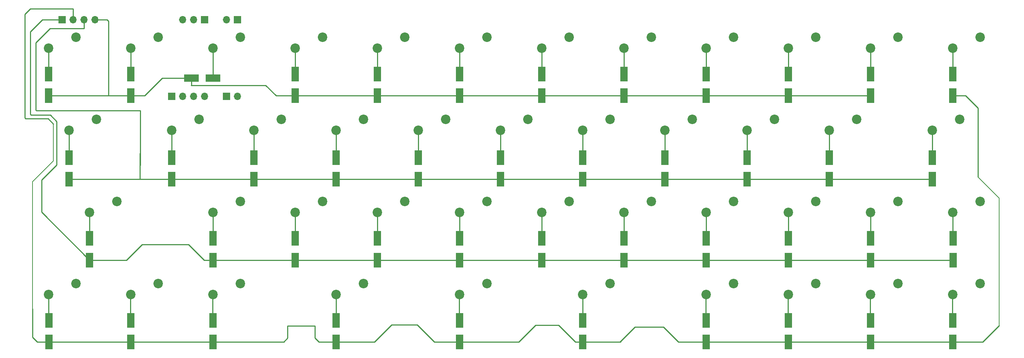
<source format=gbl>
G04 #@! TF.GenerationSoftware,KiCad,Pcbnew,(6.0.2-0)*
G04 #@! TF.CreationDate,2022-07-23T12:51:23+10:00*
G04 #@! TF.ProjectId,keyboard-with-attached-pico,6b657962-6f61-4726-942d-776974682d61,1.01*
G04 #@! TF.SameCoordinates,Original*
G04 #@! TF.FileFunction,Copper,L2,Bot*
G04 #@! TF.FilePolarity,Positive*
%FSLAX46Y46*%
G04 Gerber Fmt 4.6, Leading zero omitted, Abs format (unit mm)*
G04 Created by KiCad (PCBNEW (6.0.2-0)) date 2022-07-23 12:51:23*
%MOMM*%
%LPD*%
G01*
G04 APERTURE LIST*
G04 #@! TA.AperFunction,SMDPad,CuDef*
%ADD10R,1.800000X3.500000*%
G04 #@! TD*
G04 #@! TA.AperFunction,SMDPad,CuDef*
%ADD11R,3.500000X1.800000*%
G04 #@! TD*
G04 #@! TA.AperFunction,ComponentPad*
%ADD12C,2.200000*%
G04 #@! TD*
G04 #@! TA.AperFunction,ComponentPad*
%ADD13R,1.700000X1.700000*%
G04 #@! TD*
G04 #@! TA.AperFunction,ComponentPad*
%ADD14O,1.700000X1.700000*%
G04 #@! TD*
G04 #@! TA.AperFunction,Conductor*
%ADD15C,0.250000*%
G04 #@! TD*
G04 #@! TA.AperFunction,Conductor*
%ADD16C,0.200000*%
G04 #@! TD*
G04 APERTURE END LIST*
D10*
X103485999Y-133444060D03*
X103485999Y-128444060D03*
X208280000Y-152765052D03*
X208280000Y-147765052D03*
D11*
X136587092Y-129355560D03*
X141587092Y-129355560D03*
D10*
X103635770Y-190559831D03*
X103635770Y-185559831D03*
X274955000Y-171557650D03*
X274955000Y-166557650D03*
X274955000Y-190559831D03*
X274955000Y-185559831D03*
X227330000Y-190559831D03*
X227330000Y-185559831D03*
X236855000Y-133444060D03*
X236855000Y-128444060D03*
X122555000Y-190559831D03*
X122555000Y-185559831D03*
X198755000Y-171557650D03*
X198755000Y-166557650D03*
X284480000Y-152765052D03*
X284480000Y-147765052D03*
X227330000Y-152765052D03*
X227330000Y-147765052D03*
X255905000Y-190559831D03*
X255905000Y-185559831D03*
X313144667Y-171557650D03*
X313144667Y-166557650D03*
X170180000Y-190559831D03*
X170180000Y-185559831D03*
X294005000Y-171557650D03*
X294005000Y-166557650D03*
X198755000Y-133444060D03*
X198755000Y-128444060D03*
X217805000Y-133444060D03*
X217805000Y-128444060D03*
X236855000Y-171557650D03*
X236855000Y-166557650D03*
X255905000Y-133444060D03*
X255905000Y-128444060D03*
X294005000Y-133444060D03*
X294005000Y-128444060D03*
X160655000Y-171557650D03*
X160655000Y-166557650D03*
X179705000Y-133444060D03*
X179705000Y-128444060D03*
X294005000Y-190559831D03*
X294005000Y-185559831D03*
X308292500Y-152765052D03*
X308292500Y-147765052D03*
X108253648Y-152765052D03*
X108253648Y-147765052D03*
X217805000Y-171557650D03*
X217805000Y-166557650D03*
X160655000Y-133444060D03*
X160655000Y-128444060D03*
X151130000Y-152765052D03*
X151130000Y-147765052D03*
X274955000Y-133444060D03*
X274955000Y-128444060D03*
X170180000Y-152765052D03*
X170180000Y-147765052D03*
X132080000Y-152765052D03*
X132080000Y-147765052D03*
X255905000Y-171557650D03*
X255905000Y-166557650D03*
X179705000Y-171557650D03*
X179705000Y-166557650D03*
X113030000Y-171557650D03*
X113030000Y-166557650D03*
X265430000Y-152765052D03*
X265430000Y-147765052D03*
X246380000Y-152765052D03*
X246380000Y-147765052D03*
X313055000Y-133444060D03*
X313055000Y-128444060D03*
X313055000Y-190559831D03*
X313055000Y-185559831D03*
X189230000Y-152765052D03*
X189230000Y-147765052D03*
X141605000Y-171557650D03*
X141605000Y-166557650D03*
X122555000Y-133444060D03*
X122555000Y-128444060D03*
X141605000Y-190559831D03*
X141605000Y-185559831D03*
X198755000Y-190559831D03*
X198755000Y-185559831D03*
D12*
X109855000Y-119840000D03*
X103505000Y-122380000D03*
X128905000Y-119840000D03*
X122555000Y-122380000D03*
D13*
X144780000Y-133604000D03*
D14*
X147320000Y-133604000D03*
D12*
X319405000Y-119840000D03*
X313055000Y-122380000D03*
X195580000Y-138890000D03*
X189230000Y-141430000D03*
X252730000Y-138890000D03*
X246380000Y-141430000D03*
X300355000Y-157940000D03*
X294005000Y-160480000D03*
X300355000Y-119840000D03*
X294005000Y-122380000D03*
X186055000Y-119840000D03*
X179705000Y-122380000D03*
X262255000Y-157940000D03*
X255905000Y-160480000D03*
X205105000Y-157940000D03*
X198755000Y-160480000D03*
X271780000Y-138890000D03*
X265430000Y-141430000D03*
X233680000Y-176990000D03*
X227330000Y-179530000D03*
X281305000Y-119840000D03*
X274955000Y-122380000D03*
X233680000Y-138890000D03*
X227330000Y-141430000D03*
X176530000Y-138890000D03*
X170180000Y-141430000D03*
X138430000Y-138890000D03*
X132080000Y-141430000D03*
D13*
X132080000Y-133604000D03*
D14*
X134620000Y-133604000D03*
X137160000Y-133604000D03*
X139700000Y-133604000D03*
D12*
X114617500Y-138890000D03*
X108267500Y-141430000D03*
X186055000Y-157940000D03*
X179705000Y-160480000D03*
X281305000Y-176990000D03*
X274955000Y-179530000D03*
X147955000Y-119840000D03*
X141605000Y-122380000D03*
X167005000Y-119840000D03*
X160655000Y-122380000D03*
X214630000Y-138890000D03*
X208280000Y-141430000D03*
X147955000Y-157940000D03*
X141605000Y-160480000D03*
X290830000Y-138890000D03*
X284480000Y-141430000D03*
X157480000Y-138890000D03*
X151130000Y-141430000D03*
X119380000Y-157940000D03*
X113030000Y-160480000D03*
D13*
X139700000Y-115824000D03*
D14*
X137160000Y-115824000D03*
X134620000Y-115824000D03*
D12*
X243205000Y-119840000D03*
X236855000Y-122380000D03*
X224155000Y-157940000D03*
X217805000Y-160480000D03*
X319405000Y-176990000D03*
X313055000Y-179530000D03*
X262255000Y-119840000D03*
X255905000Y-122380000D03*
X319405000Y-157940000D03*
X313055000Y-160480000D03*
X205105000Y-119840000D03*
X198755000Y-122380000D03*
D13*
X147320000Y-115824000D03*
D14*
X144780000Y-115824000D03*
D12*
X167005000Y-157940000D03*
X160655000Y-160480000D03*
X147955000Y-176990000D03*
X141605000Y-179530000D03*
X314642500Y-138890000D03*
X308292500Y-141430000D03*
X243205000Y-157940000D03*
X236855000Y-160480000D03*
X281305000Y-157940000D03*
X274955000Y-160480000D03*
X205105000Y-176990000D03*
X198755000Y-179530000D03*
X262255000Y-176990000D03*
X255905000Y-179530000D03*
X300355000Y-176990000D03*
X294005000Y-179530000D03*
X109855000Y-176990000D03*
X103505000Y-179530000D03*
X176530000Y-176990000D03*
X170180000Y-179530000D03*
X128905000Y-176990000D03*
X122555000Y-179530000D03*
X224155000Y-119840000D03*
X217805000Y-122380000D03*
D13*
X106680000Y-115824000D03*
D14*
X109220000Y-115824000D03*
X111760000Y-115824000D03*
X114300000Y-115824000D03*
D15*
X122555000Y-190559831D02*
X103635770Y-190559831D01*
X99822000Y-182884955D02*
X99817408Y-182889547D01*
X99817408Y-189501861D02*
X100875378Y-190559831D01*
X100875378Y-190559831D02*
X103635770Y-190559831D01*
X99817408Y-182889547D02*
X99817408Y-189501861D01*
D16*
X99822000Y-171893366D02*
X99822000Y-182884955D01*
D15*
X160655000Y-133444060D02*
X156226801Y-133444060D01*
X156226801Y-133444060D02*
X153851390Y-131068648D01*
X153851390Y-131068648D02*
X136564769Y-131068648D01*
X136564769Y-131068648D02*
X136587092Y-131046325D01*
X136587092Y-131046325D02*
X136587092Y-129355560D01*
X179705000Y-133444060D02*
X160655000Y-133444060D01*
X160655000Y-122380000D02*
X160655000Y-128444060D01*
X179705000Y-122380000D02*
X179705000Y-128444060D01*
X198755000Y-133444060D02*
X179705000Y-133444060D01*
X198755000Y-122380000D02*
X198755000Y-128444060D01*
X217805000Y-133444060D02*
X198755000Y-133444060D01*
X236855000Y-133444060D02*
X217805000Y-133444060D01*
X217805000Y-122380000D02*
X217805000Y-128444060D01*
X236855000Y-122380000D02*
X236855000Y-128444060D01*
X255905000Y-133444060D02*
X236855000Y-133444060D01*
X255905000Y-122380000D02*
X255905000Y-128444060D01*
X274955000Y-133444060D02*
X255905000Y-133444060D01*
X274955000Y-122380000D02*
X274955000Y-128444060D01*
X294005000Y-133444060D02*
X274955000Y-133444060D01*
X294005000Y-122380000D02*
X294005000Y-128444060D01*
X313055000Y-122380000D02*
X313055000Y-128444060D01*
X316053724Y-133444060D02*
X318897000Y-136287336D01*
X318897000Y-136287336D02*
X318897000Y-152247958D01*
X313055000Y-133444060D02*
X316053724Y-133444060D01*
X141605000Y-122380000D02*
X141605000Y-129337652D01*
X141605000Y-129337652D02*
X141587092Y-129355560D01*
X136587092Y-129355560D02*
X129867561Y-129355560D01*
X129867561Y-129355560D02*
X125779061Y-133444060D01*
X125779061Y-133444060D02*
X122555000Y-133444060D01*
X117493943Y-133444060D02*
X103485999Y-133444060D01*
X117416000Y-133366117D02*
X117493943Y-133444060D01*
X122555000Y-133444060D02*
X117493943Y-133444060D01*
X114300000Y-115824000D02*
X117094000Y-115824000D01*
X117094000Y-115824000D02*
X117416000Y-116146000D01*
X117416000Y-116146000D02*
X117416000Y-133366117D01*
X122555000Y-122380000D02*
X122555000Y-128444060D01*
X103505000Y-122380000D02*
X103505000Y-128425059D01*
X103505000Y-128425059D02*
X103485999Y-128444060D01*
X124714000Y-146775924D02*
X124714000Y-149584300D01*
X124714000Y-149584300D02*
X124714000Y-152676277D01*
X111760000Y-115824000D02*
X111760000Y-117856000D01*
X111760000Y-117856000D02*
X103886000Y-117856000D01*
X103886000Y-117856000D02*
X100584000Y-121158000D01*
X100584000Y-121158000D02*
X100584000Y-136794386D01*
X100584000Y-136794386D02*
X100713910Y-136924296D01*
X100713910Y-136924296D02*
X124728296Y-136924296D01*
X124728296Y-149570004D02*
X124714000Y-149584300D01*
X124728296Y-136924296D02*
X124728296Y-149570004D01*
X99312293Y-137765267D02*
X99312293Y-129511295D01*
X105410000Y-149475930D02*
X105410000Y-139392031D01*
X99314000Y-129509588D02*
X99314000Y-118618000D01*
X105410000Y-139392031D02*
X103907824Y-137889855D01*
X103907824Y-137889855D02*
X99436881Y-137889855D01*
X99436881Y-137889855D02*
X99312293Y-137765267D01*
X99312293Y-129511295D02*
X99314000Y-129509588D01*
D16*
X104648000Y-139998296D02*
X104648000Y-148561267D01*
D15*
X109220000Y-115824000D02*
X109220000Y-113284000D01*
X109220000Y-113284000D02*
X99314000Y-113284000D01*
X98044000Y-138566354D02*
X98035263Y-138575091D01*
X99314000Y-113284000D02*
X98044000Y-114554000D01*
X98044000Y-114554000D02*
X98044000Y-138566354D01*
X98035263Y-138575091D02*
X98222145Y-138761973D01*
X98222145Y-138761973D02*
X103411677Y-138761973D01*
X103411677Y-138761973D02*
X104648000Y-139998296D01*
X124714000Y-146775924D02*
X124714000Y-148962000D01*
X124802775Y-152765052D02*
X132080000Y-152765052D01*
X108253648Y-152765052D02*
X124802775Y-152765052D01*
X124714000Y-152676277D02*
X124802775Y-152765052D01*
X132080000Y-152765052D02*
X151130000Y-152765052D01*
X108267500Y-141430000D02*
X108267500Y-147751200D01*
X108267500Y-147751200D02*
X108253648Y-147765052D01*
X132080000Y-141430000D02*
X132080000Y-147765052D01*
X151130000Y-141430000D02*
X151130000Y-147765052D01*
X170180000Y-152765052D02*
X151130000Y-152765052D01*
X170180000Y-141430000D02*
X170180000Y-147765052D01*
X189230000Y-152765052D02*
X170180000Y-152765052D01*
X189230000Y-141430000D02*
X189230000Y-147765052D01*
X208280000Y-152765052D02*
X189230000Y-152765052D01*
X227330000Y-152765052D02*
X208280000Y-152765052D01*
X208280000Y-141430000D02*
X208280000Y-147765052D01*
X227330000Y-141430000D02*
X227330000Y-147765052D01*
X246380000Y-152765052D02*
X227330000Y-152765052D01*
X246380000Y-141430000D02*
X246380000Y-147765052D01*
X265430000Y-152765052D02*
X246380000Y-152765052D01*
X265430000Y-141430000D02*
X265430000Y-147765052D01*
X284480000Y-152765052D02*
X265430000Y-152765052D01*
X284480000Y-141430000D02*
X284480000Y-147765052D01*
X308292500Y-141430000D02*
X308292500Y-147765052D01*
X308292500Y-152765052D02*
X284480000Y-152765052D01*
D16*
X99822000Y-153387267D02*
X99822000Y-171893366D01*
X104648000Y-148561267D02*
X99822000Y-153387267D01*
D15*
X101896301Y-152989629D02*
X101896301Y-160423951D01*
X105410000Y-149475930D02*
X101896301Y-152989629D01*
X101896301Y-160423951D02*
X113030000Y-171557650D01*
X313055000Y-160480000D02*
X313055000Y-166467983D01*
X313055000Y-166467983D02*
X313144667Y-166557650D01*
X294005000Y-160480000D02*
X294005000Y-166557650D01*
X274955000Y-160480000D02*
X274955000Y-166557650D01*
X255905000Y-160480000D02*
X255905000Y-166557650D01*
X236855000Y-160480000D02*
X236855000Y-166557650D01*
X217805000Y-160480000D02*
X217805000Y-166557650D01*
X198755000Y-160480000D02*
X198755000Y-166557650D01*
X179705000Y-160480000D02*
X179705000Y-166557650D01*
X160655000Y-160480000D02*
X160655000Y-166557650D01*
X141605000Y-160480000D02*
X141605000Y-166557650D01*
X113030000Y-160480000D02*
X113030000Y-166557650D01*
X294005000Y-171557650D02*
X313144667Y-171557650D01*
X274955000Y-171557650D02*
X294005000Y-171557650D01*
X255905000Y-171557650D02*
X274955000Y-171557650D01*
X236855000Y-171557650D02*
X255905000Y-171557650D01*
X217805000Y-171557650D02*
X236855000Y-171557650D01*
X198755000Y-171557650D02*
X217805000Y-171557650D01*
X179705000Y-171557650D02*
X198755000Y-171557650D01*
X160655000Y-171557650D02*
X179705000Y-171557650D01*
X141605000Y-171557650D02*
X160655000Y-171557650D01*
X125154000Y-167934698D02*
X135972095Y-167934698D01*
X135972095Y-167934698D02*
X139595047Y-171557650D01*
X139595047Y-171557650D02*
X141605000Y-171557650D01*
X113030000Y-171557650D02*
X121531048Y-171557650D01*
X121531048Y-171557650D02*
X125154000Y-167934698D01*
X182993698Y-186592751D02*
X188961869Y-186592751D01*
X170180000Y-190559831D02*
X178886896Y-190559831D01*
X182993698Y-186592751D02*
X179026618Y-190559831D01*
X179026618Y-190559831D02*
X178886896Y-190559831D01*
X192928949Y-190559831D02*
X198755000Y-190559831D01*
X188961869Y-186592751D02*
X192928949Y-190559831D01*
X216387237Y-186662612D02*
X221696670Y-186662612D01*
X198755000Y-190559831D02*
X211861269Y-190559831D01*
X212490018Y-190559831D02*
X211861269Y-190559831D01*
X216387237Y-186662612D02*
X212490018Y-190559831D01*
X225593889Y-190559831D02*
X221696670Y-186662612D01*
X226182767Y-190559831D02*
X227330000Y-190559831D01*
X226182767Y-190559831D02*
X225593889Y-190559831D01*
X227330000Y-190559831D02*
X234985247Y-190559831D01*
X235963301Y-190559831D02*
X234985247Y-190559831D01*
X234985247Y-190559831D02*
X236103023Y-190559831D01*
X255905000Y-190559831D02*
X249513723Y-190559831D01*
X249513723Y-190559831D02*
X246035670Y-187081778D01*
X246035670Y-187081778D02*
X239441354Y-187081778D01*
X239441354Y-187081778D02*
X235963301Y-190559831D01*
D16*
X323850000Y-186715867D02*
X323850000Y-157226000D01*
D15*
X313055000Y-190559831D02*
X320006036Y-190559831D01*
X320006036Y-190559831D02*
X323850000Y-186715867D01*
X294005000Y-190559831D02*
X313055000Y-190559831D01*
X274955000Y-190559831D02*
X294005000Y-190559831D01*
X255905000Y-190559831D02*
X274955000Y-190559831D01*
X165206539Y-189596772D02*
X166184593Y-190574826D01*
X158919052Y-186802334D02*
X165276400Y-186802334D01*
X165276400Y-186802334D02*
X165276400Y-189526911D01*
X166813341Y-190574826D02*
X166828336Y-190559831D01*
X157995865Y-190559831D02*
X158010860Y-190574826D01*
X166828336Y-190559831D02*
X170180000Y-190559831D01*
X141605000Y-190559831D02*
X157995865Y-190559831D01*
X166184593Y-190574826D02*
X166813341Y-190574826D01*
X158919052Y-189666634D02*
X158919052Y-186802334D01*
X165276400Y-189526911D02*
X165206539Y-189596772D01*
X158010860Y-190574826D02*
X158919052Y-189666634D01*
X122555000Y-190559831D02*
X141605000Y-190559831D01*
X103505000Y-179530000D02*
X103505000Y-185429061D01*
X103505000Y-185429061D02*
X103635770Y-185559831D01*
D16*
X323850000Y-157226000D02*
X318897000Y-152273000D01*
X318897000Y-152273000D02*
X318897000Y-152247958D01*
D15*
X99314000Y-118618000D02*
X102108000Y-115824000D01*
X102108000Y-115824000D02*
X106680000Y-115824000D01*
X122525000Y-179530000D02*
X122525000Y-184760000D01*
X141575000Y-179530000D02*
X141575000Y-184760000D01*
X170150000Y-179530000D02*
X170150000Y-184760000D01*
X198725000Y-179530000D02*
X198725000Y-184760000D01*
X227300000Y-179530000D02*
X227300000Y-184760000D01*
X255875000Y-179530000D02*
X255875000Y-184760000D01*
X274925000Y-179530000D02*
X274925000Y-184760000D01*
X293975000Y-179530000D02*
X293975000Y-184760000D01*
X313025000Y-179530000D02*
X313025000Y-184760000D01*
M02*

</source>
